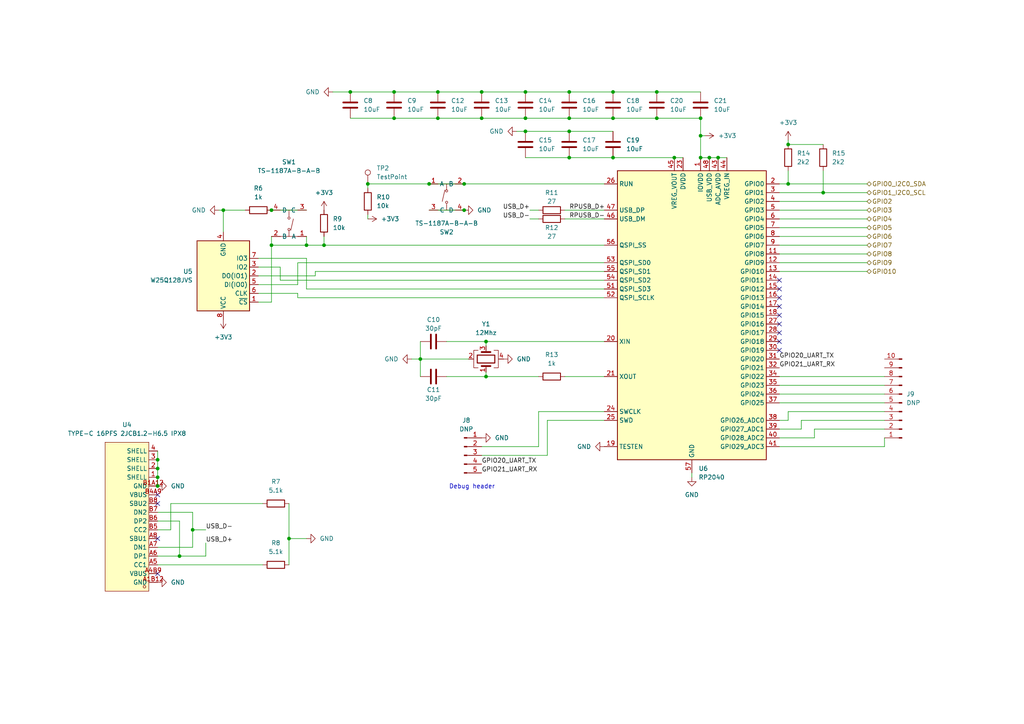
<source format=kicad_sch>
(kicad_sch (version 20231120) (generator "eeschema") (generator_version "8.0")
  (paper "A4")
  (lib_symbols
    (symbol "Connector:Conn_01x05_Pin" (pin_names (offset 1.016) hide)
      (property "Reference" "J" (at 0 7.62 0))
      (property "Value" "Conn_01x05_Pin" (at 0 -7.62 0))
      (symbol "Conn_01x05_Pin_1_1"
        (polyline (pts (xy 1.27 -5.08) (xy 0.8636 -5.08)) (stroke (width 0.1524)))
        (polyline (pts (xy 1.27 -2.54) (xy 0.8636 -2.54)) (stroke (width 0.1524)))
        (polyline (pts (xy 1.27 0) (xy 0.8636 0)) (stroke (width 0.1524)))
        (polyline (pts (xy 1.27 2.54) (xy 0.8636 2.54)) (stroke (width 0.1524)))
        (polyline (pts (xy 1.27 5.08) (xy 0.8636 5.08)) (stroke (width 0.1524)))
        (rectangle (start 0.8636 -4.953) (end 0 -5.207) (stroke (width 0.1524)) (fill (type outline)))
        (rectangle (start 0.8636 -2.413) (end 0 -2.667) (stroke (width 0.1524)) (fill (type outline)))
        (rectangle (start 0.8636 0.127) (end 0 -0.127) (stroke (width 0.1524)) (fill (type outline)))
        (rectangle (start 0.8636 2.667) (end 0 2.413) (stroke (width 0.1524)) (fill (type outline)))
        (rectangle (start 0.8636 5.207) (end 0 4.953) (stroke (width 0.1524)) (fill (type outline)))
        (pin passive line (at 5.08 5.08 180) (length 3.81) (name "Pin_1") (number "1"))
        (pin passive line (at 5.08 2.54 180) (length 3.81) (name "Pin_2") (number "2"))
        (pin passive line (at 5.08 0 180) (length 3.81) (name "Pin_3") (number "3"))
        (pin passive line (at 5.08 -2.54 180) (length 3.81) (name "Pin_4") (number "4"))
        (pin passive line (at 5.08 -5.08 180) (length 3.81) (name "Pin_5") (number "5"))
      )
    )
    (symbol "Connector:TestPoint" (pin_numbers hide) (pin_names (offset 0.762) hide)
      (property "Reference" "TP" (at 0 6.858 0))
      (property "Value" "TestPoint" (at 0 5.08 0))
      (symbol "TestPoint_0_1"
        (circle (center 0 3.302) (radius 0.762))
      )
      (symbol "TestPoint_1_1"
        (pin passive line (at 0 0 90) (length 2.54) (name "1") (number "1"))
      )
    )
    (symbol "Endstufe:+3V3" (power) (pin_names (offset 0))
      (property "Value" "+3V3" (at 0 3.556 0))
      (symbol "+3V3_0_1"
        (polyline (pts (xy -0.762 1.27) (xy 0 2.54)))
        (polyline (pts (xy 0 0) (xy 0 2.54)))
        (polyline (pts (xy 0 2.54) (xy 0.762 1.27)))
      )
      (symbol "+3V3_1_1"
        (pin power_in line (at 0 0 90) (length 0) hide (name "+3V3") (number "1"))
      )
    )
    (symbol "Endstufe:C" (pin_numbers hide) (pin_names (offset 0.254))
      (property "Reference" "C" (at 0.635 2.54 0))
      (property "Value" "C" (at 0.635 -2.54 0))
      (symbol "C_0_1"
        (polyline (pts (xy -2.032 -0.762) (xy 2.032 -0.762)) (stroke (width 0.508)))
        (polyline (pts (xy -2.032 0.762) (xy 2.032 0.762)) (stroke (width 0.508)))
      )
      (symbol "C_1_1"
        (pin passive line (at 0 3.81 270) (length 2.794) (name "~") (number "1"))
        (pin passive line (at 0 -3.81 90) (length 2.794) (name "~") (number "2"))
      )
    )
    (symbol "Endstufe:Conn_01x10_Pin" (pin_names (offset 1.016) hide)
      (property "Reference" "J" (at 0 12.7 0))
      (property "Value" "Conn_01x10_Pin" (at 0 -15.24 0))
      (symbol "Conn_01x10_Pin_1_1"
        (polyline (pts (xy 1.27 -12.7) (xy 0.8636 -12.7)) (stroke (width 0.1524)))
        (polyline (pts (xy 1.27 -10.16) (xy 0.8636 -10.16)) (stroke (width 0.1524)))
        (polyline (pts (xy 1.27 -7.62) (xy 0.8636 -7.62)) (stroke (width 0.1524)))
        (polyline (pts (xy 1.27 -5.08) (xy 0.8636 -5.08)) (stroke (width 0.1524)))
        (polyline (pts (xy 1.27 -2.54) (xy 0.8636 -2.54)) (stroke (width 0.1524)))
        (polyline (pts (xy 1.27 0) (xy 0.8636 0)) (stroke (width 0.1524)))
        (polyline (pts (xy 1.27 2.54) (xy 0.8636 2.54)) (stroke (width 0.1524)))
        (polyline (pts (xy 1.27 5.08) (xy 0.8636 5.08)) (stroke (width 0.1524)))
        (polyline (pts (xy 1.27 7.62) (xy 0.8636 7.62)) (stroke (width 0.1524)))
        (polyline (pts (xy 1.27 10.16) (xy 0.8636 10.16)) (stroke (width 0.1524)))
        (rectangle (start 0.8636 -12.573) (end 0 -12.827) (stroke (width 0.1524)) (fill (type outline)))
        (rectangle (start 0.8636 -10.033) (end 0 -10.287) (stroke (width 0.1524)) (fill (type outline)))
        (rectangle (start 0.8636 -7.493) (end 0 -7.747) (stroke (width 0.1524)) (fill (type outline)))
        (rectangle (start 0.8636 -4.953) (end 0 -5.207) (stroke (width 0.1524)) (fill (type outline)))
        (rectangle (start 0.8636 -2.413) (end 0 -2.667) (stroke (width 0.1524)) (fill (type outline)))
        (rectangle (start 0.8636 0.127) (end 0 -0.127) (stroke (width 0.1524)) (fill (type outline)))
        (rectangle (start 0.8636 2.667) (end 0 2.413) (stroke (width 0.1524)) (fill (type outline)))
        (rectangle (start 0.8636 5.207) (end 0 4.953) (stroke (width 0.1524)) (fill (type outline)))
        (rectangle (start 0.8636 7.747) (end 0 7.493) (stroke (width 0.1524)) (fill (type outline)))
        (rectangle (start 0.8636 10.287) (end 0 10.033) (stroke (width 0.1524)) (fill (type outline)))
        (pin passive line (at 5.08 10.16 180) (length 3.81) (name "Pin_1") (number "1"))
        (pin passive line (at 5.08 -12.7 180) (length 3.81) (name "Pin_10") (number "10"))
        (pin passive line (at 5.08 7.62 180) (length 3.81) (name "Pin_2") (number "2"))
        (pin passive line (at 5.08 5.08 180) (length 3.81) (name "Pin_3") (number "3"))
        (pin passive line (at 5.08 2.54 180) (length 3.81) (name "Pin_4") (number "4"))
        (pin passive line (at 5.08 0 180) (length 3.81) (name "Pin_5") (number "5"))
        (pin passive line (at 5.08 -2.54 180) (length 3.81) (name "Pin_6") (number "6"))
        (pin passive line (at 5.08 -5.08 180) (length 3.81) (name "Pin_7") (number "7"))
        (pin passive line (at 5.08 -7.62 180) (length 3.81) (name "Pin_8") (number "8"))
        (pin passive line (at 5.08 -10.16 180) (length 3.81) (name "Pin_9") (number "9"))
      )
    )
    (symbol "Endstufe:Crystal_GND24" (pin_names (offset 1.016) hide)
      (property "Reference" "Y" (at 3.175 5.08 0))
      (property "Value" "Crystal_GND24" (at 3.175 3.175 0))
      (symbol "Crystal_GND24_0_1"
        (rectangle (start -1.143 2.54) (end 1.143 -2.54) (stroke (width 0.3048)))
        (polyline (pts (xy -2.54 0) (xy -2.032 0)))
        (polyline (pts (xy -2.032 -1.27) (xy -2.032 1.27)) (stroke (width 0.508)))
        (polyline (pts (xy 0 -3.81) (xy 0 -3.556)))
        (polyline (pts (xy 0 3.556) (xy 0 3.81)))
        (polyline (pts (xy 2.032 -1.27) (xy 2.032 1.27)) (stroke (width 0.508)))
        (polyline (pts (xy 2.032 0) (xy 2.54 0)))
        (polyline (pts (xy -2.54 -2.286) (xy -2.54 -3.556) (xy 2.54 -3.556) (xy 2.54 -2.286)))
        (polyline (pts (xy -2.54 2.286) (xy -2.54 3.556) (xy 2.54 3.556) (xy 2.54 2.286)))
      )
      (symbol "Crystal_GND24_1_1"
        (pin passive line (at -3.81 0 0) (length 1.27) (name "1") (number "1"))
        (pin passive line (at 0 5.08 270) (length 1.27) (name "2") (number "2"))
        (pin passive line (at 3.81 0 180) (length 1.27) (name "3") (number "3"))
        (pin passive line (at 0 -5.08 90) (length 1.27) (name "4") (number "4"))
      )
    )
    (symbol "Endstufe:GND" (power) (pin_names (offset 0))
      (property "Value" "GND" (at 0 -3.81 0))
      (symbol "GND_0_1"
        (polyline (pts (xy 0 0) (xy 0 -1.27) (xy 1.27 -1.27) (xy 0 -2.54) (xy -1.27 -1.27) (xy 0 -1.27)))
      )
      (symbol "GND_1_1"
        (pin power_in line (at 0 0 270) (length 0) hide (name "GND") (number "1"))
      )
    )
    (symbol "Endstufe:R" (pin_numbers hide) (pin_names (offset 0))
      (property "Reference" "R" (at 2.032 0 90))
      (property "Value" "R" (at 0 0 90))
      (symbol "R_0_1"
        (rectangle (start -1.016 -2.54) (end 1.016 2.54) (stroke (width 0.254)))
      )
      (symbol "R_1_1"
        (pin passive line (at 0 3.81 270) (length 1.27) (name "~") (number "1"))
        (pin passive line (at 0 -3.81 90) (length 1.27) (name "~") (number "2"))
      )
    )
    (symbol "Endstufe:RP2040"
      (property "Reference" "U" (at 17.78 45.72 0))
      (property "Value" "RP2040" (at 17.78 43.18 0))
      (symbol "RP2040_0_1"
        (rectangle (start -21.59 41.91) (end 21.59 -41.91) (stroke (width 0.254)) (fill (type background)))
      )
      (symbol "RP2040_1_1"
        (pin power_in line (at 2.54 45.72 270) (length 3.81) (name "IOVDD") (number "1"))
        (pin passive line (at 2.54 45.72 270) (length 3.81) hide (name "IOVDD") (number "10"))
        (pin bidirectional line (at 25.4 17.78 180) (length 3.81) (name "GPIO8") (number "11"))
        (pin bidirectional line (at 25.4 15.24 180) (length 3.81) (name "GPIO9") (number "12"))
        (pin bidirectional line (at 25.4 12.7 180) (length 3.81) (name "GPIO10") (number "13"))
        (pin bidirectional line (at 25.4 10.16 180) (length 3.81) (name "GPIO11") (number "14"))
        (pin bidirectional line (at 25.4 7.62 180) (length 3.81) (name "GPIO12") (number "15"))
        (pin bidirectional line (at 25.4 5.08 180) (length 3.81) (name "GPIO13") (number "16"))
        (pin bidirectional line (at 25.4 2.54 180) (length 3.81) (name "GPIO14") (number "17"))
        (pin bidirectional line (at 25.4 0 180) (length 3.81) (name "GPIO15") (number "18"))
        (pin input line (at -25.4 -38.1 0) (length 3.81) (name "TESTEN") (number "19"))
        (pin bidirectional line (at 25.4 38.1 180) (length 3.81) (name "GPIO0") (number "2"))
        (pin input line (at -25.4 -7.62 0) (length 3.81) (name "XIN") (number "20"))
        (pin passive line (at -25.4 -17.78 0) (length 3.81) (name "XOUT") (number "21"))
        (pin passive line (at 2.54 45.72 270) (length 3.81) hide (name "IOVDD") (number "22"))
        (pin power_in line (at -2.54 45.72 270) (length 3.81) (name "DVDD") (number "23"))
        (pin input line (at -25.4 -27.94 0) (length 3.81) (name "SWCLK") (number "24"))
        (pin bidirectional line (at -25.4 -30.48 0) (length 3.81) (name "SWD") (number "25"))
        (pin input line (at -25.4 38.1 0) (length 3.81) (name "RUN") (number "26"))
        (pin bidirectional line (at 25.4 -2.54 180) (length 3.81) (name "GPIO16") (number "27"))
        (pin bidirectional line (at 25.4 -5.08 180) (length 3.81) (name "GPIO17") (number "28"))
        (pin bidirectional line (at 25.4 -7.62 180) (length 3.81) (name "GPIO18") (number "29"))
        (pin bidirectional line (at 25.4 35.56 180) (length 3.81) (name "GPIO1") (number "3"))
        (pin bidirectional line (at 25.4 -10.16 180) (length 3.81) (name "GPIO19") (number "30"))
        (pin bidirectional line (at 25.4 -12.7 180) (length 3.81) (name "GPIO20") (number "31"))
        (pin bidirectional line (at 25.4 -15.24 180) (length 3.81) (name "GPIO21") (number "32"))
        (pin passive line (at 2.54 45.72 270) (length 3.81) hide (name "IOVDD") (number "33"))
        (pin bidirectional line (at 25.4 -17.78 180) (length 3.81) (name "GPIO22") (number "34"))
        (pin bidirectional line (at 25.4 -20.32 180) (length 3.81) (name "GPIO23") (number "35"))
        (pin bidirectional line (at 25.4 -22.86 180) (length 3.81) (name "GPIO24") (number "36"))
        (pin bidirectional line (at 25.4 -25.4 180) (length 3.81) (name "GPIO25") (number "37"))
        (pin bidirectional line (at 25.4 -30.48 180) (length 3.81) (name "GPIO26_ADC0") (number "38"))
        (pin bidirectional line (at 25.4 -33.02 180) (length 3.81) (name "GPIO27_ADC1") (number "39"))
        (pin bidirectional line (at 25.4 33.02 180) (length 3.81) (name "GPIO2") (number "4"))
        (pin bidirectional line (at 25.4 -35.56 180) (length 3.81) (name "GPIO28_ADC2") (number "40"))
        (pin bidirectional line (at 25.4 -38.1 180) (length 3.81) (name "GPIO29_ADC3") (number "41"))
        (pin passive line (at 2.54 45.72 270) (length 3.81) hide (name "IOVDD") (number "42"))
        (pin power_in line (at 7.62 45.72 270) (length 3.81) (name "ADC_AVDD") (number "43"))
        (pin power_in line (at 10.16 45.72 270) (length 3.81) (name "VREG_IN") (number "44"))
        (pin power_out line (at -5.08 45.72 270) (length 3.81) (name "VREG_VOUT") (number "45"))
        (pin bidirectional line (at -25.4 27.94 0) (length 3.81) (name "USB_DM") (number "46"))
        (pin bidirectional line (at -25.4 30.48 0) (length 3.81) (name "USB_DP") (number "47"))
        (pin power_in line (at 5.08 45.72 270) (length 3.81) (name "USB_VDD") (number "48"))
        (pin passive line (at 2.54 45.72 270) (length 3.81) hide (name "IOVDD") (number "49"))
        (pin bidirectional line (at 25.4 30.48 180) (length 3.81) (name "GPIO3") (number "5"))
        (pin passive line (at -2.54 45.72 270) (length 3.81) hide (name "DVDD") (number "50"))
        (pin bidirectional line (at -25.4 7.62 0) (length 3.81) (name "QSPI_SD3") (number "51"))
        (pin output line (at -25.4 5.08 0) (length 3.81) (name "QSPI_SCLK") (number "52"))
        (pin bidirectional line (at -25.4 15.24 0) (length 3.81) (name "QSPI_SD0") (number "53"))
        (pin bidirectional line (at -25.4 10.16 0) (length 3.81) (name "QSPI_SD2") (number "54"))
        (pin bidirectional line (at -25.4 12.7 0) (length 3.81) (name "QSPI_SD1") (number "55"))
        (pin bidirectional line (at -25.4 20.32 0) (length 3.81) (name "QSPI_SS") (number "56"))
        (pin power_in line (at 0 -45.72 90) (length 3.81) (name "GND") (number "57"))
        (pin bidirectional line (at 25.4 27.94 180) (length 3.81) (name "GPIO4") (number "6"))
        (pin bidirectional line (at 25.4 25.4 180) (length 3.81) (name "GPIO5") (number "7"))
        (pin bidirectional line (at 25.4 22.86 180) (length 3.81) (name "GPIO6") (number "8"))
        (pin bidirectional line (at 25.4 20.32 180) (length 3.81) (name "GPIO7") (number "9"))
      )
    )
    (symbol "Endstufe:TS-1187A-B-A-B"
      (property "Reference" "SW" (at 0 7.62 0))
      (property "Value" "TS-1187A-B-A-B" (at 0 -10.16 0))
      (symbol "TS-1187A-B-A-B_0_1"
        (circle (center 0 -2.79) (radius 0.32))
        (polyline (pts (xy -2.54 -5.08) (xy 2.54 -5.08)))
        (polyline (pts (xy -2.54 2.54) (xy 2.54 2.54)))
        (polyline (pts (xy -0.51 0.76) (xy -1.27 -2.54)))
        (polyline (pts (xy 0 -3.3) (xy 0 -5.08)))
        (polyline (pts (xy 0 0.76) (xy 0 2.54)))
        (circle (center 0 0.51) (radius 0.32))
        (pin unspecified line (at -5.08 2.54 0) (length 2.54) (name "A") (number "1"))
        (pin unspecified line (at 5.08 2.54 180) (length 2.54) (name "B") (number "2"))
        (pin unspecified line (at -5.08 -5.08 0) (length 2.54) (name "C") (number "3"))
        (pin unspecified line (at 5.08 -5.08 180) (length 2.54) (name "D") (number "4"))
      )
    )
    (symbol "Endstufe:TYPE-C16PIN"
      (property "Reference" "USB" (at 0 24.13 0))
      (property "Value" "TYPE-C16PIN" (at 0 -24.13 0))
      (symbol "TYPE-C16PIN_0_1"
        (rectangle (start -6.35 21.59) (end 6.35 -21.59) (fill (type background)))
        (circle (center -5.08 20.32) (radius 0.38))
        (pin unspecified line (at -8.89 -11.43 0) (length 2.54) (name "SHELL") (number "1"))
        (pin unspecified line (at -8.89 -13.97 0) (length 2.54) (name "SHELL") (number "2"))
        (pin unspecified line (at -8.89 -16.51 0) (length 2.54) (name "SHELL") (number "3"))
        (pin unspecified line (at -8.89 -19.05 0) (length 2.54) (name "SHELL") (number "4"))
        (pin unspecified line (at -8.89 19.05 0) (length 2.54) (name "GND") (number "A1B12"))
        (pin unspecified line (at -8.89 16.51 0) (length 2.54) (name "VBUS") (number "A4B9"))
        (pin unspecified line (at -8.89 13.97 0) (length 2.54) (name "CC1") (number "A5"))
        (pin unspecified line (at -8.89 11.43 0) (length 2.54) (name "DP1") (number "A6"))
        (pin unspecified line (at -8.89 8.89 0) (length 2.54) (name "DN1") (number "A7"))
        (pin unspecified line (at -8.89 6.35 0) (length 2.54) (name "SBU1") (number "A8"))
        (pin unspecified line (at -8.89 -8.89 0) (length 2.54) (name "GND") (number "B1A12"))
        (pin unspecified line (at -8.89 -6.35 0) (length 2.54) (name "VBUS") (number "B4A9"))
        (pin unspecified line (at -8.89 3.81 0) (length 2.54) (name "CC2") (number "B5"))
        (pin unspecified line (at -8.89 1.27 0) (length 2.54) (name "DP2") (number "B6"))
        (pin unspecified line (at -8.89 -1.27 0) (length 2.54) (name "DN2") (number "B7"))
        (pin unspecified line (at -8.89 -3.81 0) (length 2.54) (name "SBU2") (number "B8"))
      )
    )
    (symbol "Endstufe:W25Q128JVS"
      (property "Reference" "U" (at -8.89 8.89 0))
      (property "Value" "W25Q128JVS" (at 7.62 8.89 0))
      (symbol "W25Q128JVS_0_1"
        (rectangle (start -7.62 10.16) (end 7.62 -10.16) (stroke (width 0.254)) (fill (type background)))
      )
      (symbol "W25Q128JVS_1_1"
        (pin input line (at -10.16 7.62 0) (length 2.54) (name "~{CS}") (number "1"))
        (pin bidirectional line (at -10.16 0 0) (length 2.54) (name "DO(IO1)") (number "2"))
        (pin bidirectional line (at -10.16 -2.54 0) (length 2.54) (name "IO2") (number "3"))
        (pin power_in line (at 0 -12.7 90) (length 2.54) (name "GND") (number "4"))
        (pin bidirectional line (at -10.16 2.54 0) (length 2.54) (name "DI(IO0)") (number "5"))
        (pin input line (at -10.16 5.08 0) (length 2.54) (name "CLK") (number "6"))
        (pin bidirectional line (at -10.16 -5.08 0) (length 2.54) (name "IO3") (number "7"))
        (pin power_in line (at 0 12.7 270) (length 2.54) (name "VCC") (number "8"))
      )
    )
  )
  (junction (at 139.7 26.67))
  (junction (at 190.5 34.29))
  (junction (at 203.2 45.72))
  (junction (at 177.8 45.72))
  (junction (at 190.5 26.67))
  (junction (at 83.82 156.21))
  (junction (at 64.77 60.96))
  (junction (at 114.3 34.29))
  (junction (at 152.4 38.1))
  (junction (at 203.2 34.29))
  (junction (at 101.6 26.67))
  (junction (at 55.88 153.67))
  (junction (at 114.3 26.67))
  (junction (at 228.6 53.34))
  (junction (at 152.4 34.29))
  (junction (at 134.62 53.34))
  (junction (at 205.74 45.72))
  (junction (at 121.92 104.14))
  (junction (at 228.6 41.91))
  (junction (at 78.74 60.96))
  (junction (at 127 34.29))
  (junction (at 124.46 53.34))
  (junction (at 134.62 60.96))
  (junction (at 203.2 39.37))
  (junction (at 152.4 26.67))
  (junction (at 45.72 140.97))
  (junction (at 177.8 34.29))
  (junction (at 195.58 45.72))
  (junction (at 45.72 133.35))
  (junction (at 88.9 71.12))
  (junction (at 165.1 26.67))
  (junction (at 106.68 53.34))
  (junction (at 177.8 26.67))
  (junction (at 165.1 34.29))
  (junction (at 140.97 99.06))
  (junction (at 165.1 38.1))
  (junction (at 93.98 71.12))
  (junction (at 165.1 45.72))
  (junction (at 139.7 34.29))
  (junction (at 45.72 138.43))
  (junction (at 140.97 109.22))
  (junction (at 52.07 161.29))
  (junction (at 45.72 135.89))
  (junction (at 238.76 55.88))
  (junction (at 208.28 45.72))
  (junction (at 78.74 71.12))
  (junction (at 127 26.67))
  (no_connect (at 45.72 146.05))
  (no_connect (at 45.72 166.37))
  (no_connect (at 226.06 91.44))
  (no_connect (at 226.06 81.28))
  (no_connect (at 226.06 83.82))
  (no_connect (at 226.06 86.36))
  (no_connect (at 226.06 93.98))
  (no_connect (at 226.06 88.9))
  (no_connect (at 226.06 96.52))
  (no_connect (at 45.72 156.21))
  (no_connect (at 45.72 143.51))
  (no_connect (at 226.06 99.06))
  (no_connect (at 226.06 101.6))
  (wire (pts (xy 83.82 146.05) (xy 83.82 156.21)))
  (wire (pts (xy 106.68 53.34) (xy 106.68 54.61)))
  (wire (pts (xy 153.67 60.96) (xy 156.21 60.96)))
  (wire (pts (xy 256.54 114.3) (xy 226.06 114.3)))
  (wire (pts (xy 165.1 38.1) (xy 177.8 38.1)))
  (wire (pts (xy 96.52 26.67) (xy 101.6 26.67)))
  (wire (pts (xy 149.86 38.1) (xy 152.4 38.1)))
  (wire (pts (xy 86.36 86.36) (xy 175.26 86.36)))
  (wire (pts (xy 152.4 38.1) (xy 165.1 38.1)))
  (wire (pts (xy 203.2 39.37) (xy 203.2 45.72)))
  (wire (pts (xy 158.75 132.08) (xy 139.7 132.08)))
  (wire (pts (xy 45.72 135.89) (xy 45.72 138.43)))
  (wire (pts (xy 119.38 104.14) (xy 121.92 104.14)))
  (wire (pts (xy 203.2 45.72) (xy 205.74 45.72)))
  (wire (pts (xy 226.06 73.66) (xy 251.46 73.66)))
  (wire (pts (xy 93.98 68.58) (xy 93.98 71.12)))
  (wire (pts (xy 175.26 99.06) (xy 140.97 99.06)))
  (wire (pts (xy 83.82 156.21) (xy 83.82 163.83)))
  (wire (pts (xy 52.07 151.13) (xy 52.07 161.29)))
  (wire (pts (xy 78.74 71.12) (xy 78.74 87.63)))
  (wire (pts (xy 45.72 133.35) (xy 45.72 135.89)))
  (wire (pts (xy 55.88 153.67) (xy 59.69 153.67)))
  (wire (pts (xy 121.92 99.06) (xy 121.92 104.14)))
  (wire (pts (xy 165.1 45.72) (xy 177.8 45.72)))
  (wire (pts (xy 93.98 71.12) (xy 175.26 71.12)))
  (wire (pts (xy 86.36 82.55) (xy 74.93 82.55)))
  (wire (pts (xy 226.06 63.5) (xy 251.46 63.5)))
  (wire (pts (xy 52.07 161.29) (xy 59.69 161.29)))
  (wire (pts (xy 226.06 71.12) (xy 251.46 71.12)))
  (wire (pts (xy 226.06 121.92) (xy 228.6 121.92)))
  (wire (pts (xy 208.28 45.72) (xy 210.82 45.72)))
  (wire (pts (xy 163.83 60.96) (xy 175.26 60.96)))
  (wire (pts (xy 256.54 116.84) (xy 226.06 116.84)))
  (wire (pts (xy 134.62 53.34) (xy 175.26 53.34)))
  (wire (pts (xy 195.58 45.72) (xy 198.12 45.72)))
  (wire (pts (xy 238.76 41.91) (xy 228.6 41.91)))
  (wire (pts (xy 88.9 74.93) (xy 74.93 74.93)))
  (wire (pts (xy 55.88 148.59) (xy 55.88 153.67)))
  (wire (pts (xy 177.8 34.29) (xy 190.5 34.29)))
  (wire (pts (xy 238.76 55.88) (xy 251.46 55.88)))
  (wire (pts (xy 45.72 163.83) (xy 76.2 163.83)))
  (wire (pts (xy 74.93 77.47) (xy 81.28 77.47)))
  (wire (pts (xy 139.7 26.67) (xy 152.4 26.67)))
  (wire (pts (xy 106.68 53.34) (xy 124.46 53.34)))
  (wire (pts (xy 177.8 45.72) (xy 195.58 45.72)))
  (wire (pts (xy 101.6 26.67) (xy 114.3 26.67)))
  (wire (pts (xy 83.82 156.21) (xy 88.9 156.21)))
  (wire (pts (xy 45.72 130.81) (xy 45.72 133.35)))
  (wire (pts (xy 129.54 109.22) (xy 140.97 109.22)))
  (wire (pts (xy 256.54 124.46) (xy 236.22 124.46)))
  (wire (pts (xy 121.92 104.14) (xy 135.89 104.14)))
  (wire (pts (xy 86.36 76.2) (xy 86.36 82.55)))
  (wire (pts (xy 256.54 127) (xy 256.54 129.54)))
  (wire (pts (xy 228.6 41.91) (xy 228.6 40.64)))
  (wire (pts (xy 190.5 26.67) (xy 203.2 26.67)))
  (wire (pts (xy 45.72 158.75) (xy 55.88 158.75)))
  (wire (pts (xy 59.69 161.29) (xy 59.69 157.48)))
  (wire (pts (xy 204.47 39.37) (xy 203.2 39.37)))
  (wire (pts (xy 152.4 34.29) (xy 165.1 34.29)))
  (wire (pts (xy 226.06 60.96) (xy 251.46 60.96)))
  (wire (pts (xy 226.06 78.74) (xy 251.46 78.74)))
  (wire (pts (xy 74.93 80.01) (xy 91.44 80.01)))
  (wire (pts (xy 232.41 121.92) (xy 256.54 121.92)))
  (wire (pts (xy 114.3 34.29) (xy 127 34.29)))
  (wire (pts (xy 129.54 99.06) (xy 140.97 99.06)))
  (wire (pts (xy 106.68 63.5) (xy 106.68 62.23)))
  (wire (pts (xy 158.75 121.92) (xy 158.75 132.08)))
  (wire (pts (xy 256.54 111.76) (xy 226.06 111.76)))
  (wire (pts (xy 140.97 109.22) (xy 140.97 107.95)))
  (wire (pts (xy 256.54 109.22) (xy 226.06 109.22)))
  (wire (pts (xy 226.06 68.58) (xy 251.46 68.58)))
  (wire (pts (xy 228.6 49.53) (xy 228.6 53.34)))
  (wire (pts (xy 203.2 34.29) (xy 203.2 39.37)))
  (wire (pts (xy 165.1 26.67) (xy 177.8 26.67)))
  (wire (pts (xy 256.54 129.54) (xy 226.06 129.54)))
  (wire (pts (xy 81.28 77.47) (xy 81.28 81.28)))
  (wire (pts (xy 236.22 127) (xy 226.06 127)))
  (wire (pts (xy 86.36 85.09) (xy 86.36 86.36)))
  (wire (pts (xy 88.9 68.58) (xy 88.9 71.12)))
  (wire (pts (xy 55.88 158.75) (xy 55.88 153.67)))
  (wire (pts (xy 163.83 63.5) (xy 175.26 63.5)))
  (wire (pts (xy 64.77 60.96) (xy 71.12 60.96)))
  (wire (pts (xy 228.6 119.38) (xy 256.54 119.38)))
  (wire (pts (xy 124.46 60.96) (xy 134.62 60.96)))
  (wire (pts (xy 153.67 63.5) (xy 156.21 63.5)))
  (wire (pts (xy 158.75 121.92) (xy 175.26 121.92)))
  (wire (pts (xy 49.53 146.05) (xy 49.53 153.67)))
  (wire (pts (xy 139.7 34.29) (xy 152.4 34.29)))
  (wire (pts (xy 45.72 161.29) (xy 52.07 161.29)))
  (wire (pts (xy 226.06 55.88) (xy 238.76 55.88)))
  (wire (pts (xy 232.41 124.46) (xy 232.41 121.92)))
  (wire (pts (xy 251.46 53.34) (xy 228.6 53.34)))
  (wire (pts (xy 226.06 124.46) (xy 232.41 124.46)))
  (wire (pts (xy 226.06 58.42) (xy 251.46 58.42)))
  (wire (pts (xy 152.4 26.67) (xy 165.1 26.67)))
  (wire (pts (xy 114.3 26.67) (xy 127 26.67)))
  (wire (pts (xy 63.5 60.96) (xy 64.77 60.96)))
  (wire (pts (xy 127 34.29) (xy 139.7 34.29)))
  (wire (pts (xy 226.06 66.04) (xy 251.46 66.04)))
  (wire (pts (xy 81.28 81.28) (xy 175.26 81.28)))
  (wire (pts (xy 88.9 71.12) (xy 78.74 71.12)))
  (wire (pts (xy 238.76 49.53) (xy 238.76 55.88)))
  (wire (pts (xy 124.46 53.34) (xy 134.62 53.34)))
  (wire (pts (xy 101.6 34.29) (xy 114.3 34.29)))
  (wire (pts (xy 91.44 78.74) (xy 175.26 78.74)))
  (wire (pts (xy 226.06 76.2) (xy 251.46 76.2)))
  (wire (pts (xy 45.72 151.13) (xy 52.07 151.13)))
  (wire (pts (xy 177.8 26.67) (xy 190.5 26.67)))
  (wire (pts (xy 78.74 60.96) (xy 88.9 60.96)))
  (wire (pts (xy 200.66 138.43) (xy 200.66 137.16)))
  (wire (pts (xy 228.6 53.34) (xy 226.06 53.34)))
  (wire (pts (xy 156.21 109.22) (xy 140.97 109.22)))
  (wire (pts (xy 228.6 121.92) (xy 228.6 119.38)))
  (wire (pts (xy 127 26.67) (xy 139.7 26.67)))
  (wire (pts (xy 88.9 83.82) (xy 88.9 74.93)))
  (wire (pts (xy 165.1 34.29) (xy 177.8 34.29)))
  (wire (pts (xy 139.7 129.54) (xy 156.21 129.54)))
  (wire (pts (xy 91.44 80.01) (xy 91.44 78.74)))
  (wire (pts (xy 88.9 83.82) (xy 175.26 83.82)))
  (wire (pts (xy 152.4 45.72) (xy 165.1 45.72)))
  (wire (pts (xy 74.93 85.09) (xy 86.36 85.09)))
  (wire (pts (xy 190.5 34.29) (xy 203.2 34.29)))
  (wire (pts (xy 78.74 87.63) (xy 74.93 87.63)))
  (wire (pts (xy 156.21 119.38) (xy 156.21 129.54)))
  (wire (pts (xy 205.74 45.72) (xy 208.28 45.72)))
  (wire (pts (xy 163.83 109.22) (xy 175.26 109.22)))
  (wire (pts (xy 64.77 60.96) (xy 64.77 67.31)))
  (wire (pts (xy 93.98 71.12) (xy 88.9 71.12)))
  (wire (pts (xy 86.36 76.2) (xy 175.26 76.2)))
  (wire (pts (xy 236.22 124.46) (xy 236.22 127)))
  (wire (pts (xy 45.72 140.97) (xy 45.72 138.43)))
  (wire (pts (xy 78.74 68.58) (xy 78.74 71.12)))
  (wire (pts (xy 45.72 148.59) (xy 55.88 148.59)))
  (wire (pts (xy 49.53 146.05) (xy 76.2 146.05)))
  (wire (pts (xy 45.72 153.67) (xy 49.53 153.67)))
  (wire (pts (xy 121.92 104.14) (xy 121.92 109.22)))
  (wire (pts (xy 175.26 119.38) (xy 156.21 119.38)))
  (wire (pts (xy 140.97 99.06) (xy 140.97 100.33)))
  (text "Debug header" (at 136.906 141.224 0) (effects (font (size 1.27 1.27))))
  (label "RPUSB_D-" (at 165.1 63.5 0))
  (label "RPUSB_D+" (at 165.1 60.96 0))
  (label "GPIO20_UART_TX" (at 139.7 134.62 0))
  (label "USB_D-" (at 153.67 63.5 180))
  (label "GPIO20_UART_TX" (at 226.06 104.14 0))
  (label "GPIO21_UART_RX" (at 139.7 137.16 0))
  (label "GPIO21_UART_RX" (at 226.06 106.68 0))
  (label "USB_D+" (at 59.69 157.48 0))
  (label "USB_D-" (at 59.69 153.67 0))
  (label "USB_D+" (at 153.67 60.96 180))
  (hierarchical_label "GPIO0_I2C0_SDA" (shape bidirectional) (at 251.46 53.34 0))
  (hierarchical_label "GPIO5" (shape bidirectional) (at 251.46 66.04 0))
  (hierarchical_label "GPIO4" (shape bidirectional) (at 251.46 63.5 0))
  (hierarchical_label "GPIO6" (shape bidirectional) (at 251.46 68.58 0))
  (hierarchical_label "GPIO3" (shape bidirectional) (at 251.46 60.96 0))
  (hierarchical_label "GPIO1_I2C0_SCL" (shape bidirectional) (at 251.46 55.88 0))
  (hierarchical_label "GPIO10" (shape bidirectional) (at 251.46 78.74 0))
  (hierarchical_label "GPIO2" (shape bidirectional) (at 251.46 58.42 0))
  (hierarchical_label "GPIO8" (shape bidirectional) (at 251.46 73.66 0))
  (hierarchical_label "GPIO7" (shape bidirectional) (at 251.46 71.12 0))
  (hierarchical_label "GPIO9" (shape bidirectional) (at 251.46 76.2 0))
  (symbol (lib_id "Endstufe:C") (at 125.73 109.22 90) (unit 1)
    (property "Reference" "C11" (at 125.73 113.03 90))
    (property "Value" "30pF" (at 125.73 115.57 90))
    (property "Footprint" "Endstufe:C_0603_1608Metric" (effects (hide yes)))
    (property "LCSC Part #" "C1658" (effects (hide yes)))
  )
  (symbol (lib_id "Endstufe:GND") (at 63.5 60.96 270) (unit 1)
    (property "Reference" "#PWR021" (effects (hide yes)))
    (property "Value" "GND" (at 59.69 60.96 90) (effects (justify right)))
  )
  (symbol (lib_id "Endstufe:R") (at 106.68 58.42 0) (unit 1)
    (property "Reference" "R10" (at 109.22 57.15 0) (effects (justify left)))
    (property "Value" "10k" (at 109.22 59.69 0) (effects (justify left)))
    (property "Footprint" "Endstufe:C_0402_1005Metric" (effects (hide yes)))
    (property "LCSC Part #" "C25744" (effects (hide yes)))
  )
  (symbol (lib_id "Endstufe:GND") (at 88.9 156.21 90) (unit 1)
    (property "Reference" "#PWR023" (effects (hide yes)))
    (property "Value" "GND" (at 92.71 156.21 90) (effects (justify right)))
  )
  (symbol (lib_id "Endstufe:Crystal_GND24") (at 140.97 104.14 90) (unit 1)
    (property "Reference" "Y1" (at 140.97 93.98 90))
    (property "Value" "12Mhz" (at 140.97 96.52 90))
    (property "Footprint" "Endstufe:OSC-SMD_4P-L3.2-W2.5-BL" (effects (hide yes)))
    (property "LCSC Part #" "C9002" (effects (hide yes)))
  )
  (symbol (lib_id "Endstufe:C") (at 101.6 30.48 0) (unit 1)
    (property "Reference" "C8" (at 105.41 29.21 0) (effects (justify left)))
    (property "Value" "10uF" (at 105.41 31.75 0) (effects (justify left)))
    (property "Footprint" "Endstufe:C_0402_1005Metric" (effects (hide yes)))
    (property "LCSC Part #" "C15525" (effects (hide yes)))
  )
  (symbol (lib_id "Endstufe:C") (at 165.1 41.91 0) (unit 1)
    (property "Reference" "C17" (at 168.91 40.64 0) (effects (justify left)))
    (property "Value" "10uF" (at 168.91 43.18 0) (effects (justify left)))
    (property "Footprint" "Endstufe:C_0402_1005Metric" (effects (hide yes)))
    (property "LCSC Part #" "C15525" (effects (hide yes)))
  )
  (symbol (lib_id "Endstufe:GND") (at 134.62 60.96 90) (unit 1)
    (property "Reference" "#PWR028" (effects (hide yes)))
    (property "Value" "GND" (at 138.43 60.96 90) (effects (justify right)))
  )
  (symbol (lib_id "Endstufe:GND") (at 200.66 138.43 0) (unit 1)
    (property "Reference" "#PWR033" (effects (hide yes)))
    (property "Value" "GND" (at 200.66 143.51 0))
  )
  (symbol (lib_id "Endstufe:C") (at 152.4 30.48 0) (unit 1)
    (property "Reference" "C14" (at 156.21 29.21 0) (effects (justify left)))
    (property "Value" "10uF" (at 156.21 31.75 0) (effects (justify left)))
    (property "Footprint" "Endstufe:C_0402_1005Metric" (effects (hide yes)))
    (property "LCSC Part #" "C15525" (effects (hide yes)))
  )
  (symbol (lib_id "Endstufe:TYPE-C16PIN") (at 36.83 149.86 180) (unit 1)
    (property "Reference" "U4" (at 36.83 123.19 0))
    (property "Value" "TYPE-C 16PFS 2JCB1.2-H6.5 IPX8" (at 36.83 125.73 0))
    (property "Footprint" "Endstufe:USB-C-SMD_TYPE-C16PIN" (effects (hide yes)))
    (property "Datasheet" "https://lcsc.com/product-detail/USB-Connectors_SHOU-HAN-TYPE-C16PIN_C393939.html" (effects (hide yes)))
    (property "LCSC Part" "C393939" (effects (hide yes)))
    (property "LCSC Part #" "C393939" (effects (hide yes)))
  )
  (symbol (lib_id "Endstufe:+3V3") (at 106.68 63.5 270) (unit 1)
    (property "Reference" "#PWR026" (effects (hide yes)))
    (property "Value" "+3V3" (at 110.49 63.5 90) (effects (justify left)))
  )
  (symbol (lib_id "Endstufe:C") (at 203.2 30.48 0) (unit 1)
    (property "Reference" "C21" (at 207.01 29.21 0) (effects (justify left)))
    (property "Value" "10uF" (at 207.01 31.75 0) (effects (justify left)))
    (property "Footprint" "Endstufe:C_0402_1005Metric" (effects (hide yes)))
    (property "LCSC Part #" "C15525" (effects (hide yes)))
  )
  (symbol (lib_id "Endstufe:C") (at 152.4 41.91 0) (unit 1)
    (property "Reference" "C15" (at 156.21 40.64 0) (effects (justify left)))
    (property "Value" "10uF" (at 156.21 43.18 0) (effects (justify left)))
    (property "Footprint" "Endstufe:C_0402_1005Metric" (effects (hide yes)))
    (property "LCSC Part #" "C15525" (effects (hide yes)))
  )
  (symbol (lib_id "Endstufe:+3V3") (at 64.77 92.71 180) (unit 1)
    (property "Reference" "#PWR022" (effects (hide yes)))
    (property "Value" "+3V3" (at 64.77 97.79 0))
  )
  (symbol (lib_id "Endstufe:R") (at 238.76 45.72 0) (unit 1)
    (property "Reference" "R15" (at 241.3 44.4499 0) (effects (justify left)))
    (property "Value" "2k2" (at 241.3 46.9899 0) (effects (justify left)))
    (property "Footprint" "Resistor_SMD:R_0805_2012Metric_Pad1.20x1.40mm_HandSolder" (effects (hide yes)))
    (property "Description" "Resistor" (effects (hide yes)))
    (property "LCSC" "C17520" (effects (hide yes)))
  )
  (symbol (lib_id "Endstufe:+3V3") (at 204.47 39.37 270) (unit 1)
    (property "Reference" "#PWR034" (effects (hide yes)))
    (property "Value" "+3V3" (at 208.28 39.37 90) (effects (justify left)))
  )
  (symbol (lib_id "Endstufe:C") (at 177.8 41.91 0) (unit 1)
    (property "Reference" "C19" (at 181.61 40.64 0) (effects (justify left)))
    (property "Value" "10uF" (at 181.61 43.18 0) (effects (justify left)))
    (property "Footprint" "Endstufe:C_0402_1005Metric" (effects (hide yes)))
    (property "LCSC Part #" "C15525" (effects (hide yes)))
  )
  (symbol (lib_id "Endstufe:C") (at 177.8 30.48 0) (unit 1)
    (property "Reference" "C18" (at 181.61 29.21 0) (effects (justify left)))
    (property "Value" "10uF" (at 181.61 31.75 0) (effects (justify left)))
    (property "Footprint" "Endstufe:C_0402_1005Metric" (effects (hide yes)))
    (property "LCSC Part #" "C15525" (effects (hide yes)))
  )
  (symbol (lib_id "Endstufe:C") (at 139.7 30.48 0) (unit 1)
    (property "Reference" "C13" (at 143.51 29.21 0) (effects (justify left)))
    (property "Value" "10uF" (at 143.51 31.75 0) (effects (justify left)))
    (property "Footprint" "Endstufe:C_0402_1005Metric" (effects (hide yes)))
    (property "LCSC Part #" "C15525" (effects (hide yes)))
  )
  (symbol (lib_id "Connector:TestPoint") (at 106.68 53.34 0) (unit 1)
    (property "Reference" "TP2" (at 109.22 48.7679 0) (effects (justify left)))
    (property "Value" "TestPoint" (at 109.22 51.3079 0) (effects (justify left)))
    (property "Footprint" "TestPoint:TestPoint_Pad_D1.0mm" (effects (hide yes)))
    (property "Description" "test point" (effects (hide yes)))
  )
  (symbol (lib_id "Endstufe:GND") (at 119.38 104.14 270) (unit 1)
    (property "Reference" "#PWR027" (effects (hide yes)))
    (property "Value" "GND" (at 115.57 104.14 90) (effects (justify right)))
  )
  (symbol (lib_id "Endstufe:RP2040") (at 200.66 91.44 0) (unit 1)
    (property "Reference" "U6" (at 202.6159 135.89 0) (effects (justify left)))
    (property "Value" "RP2040" (at 202.6159 138.43 0) (effects (justify left)))
    (property "Footprint" "Endstufe:LQFN-56_L7.0-W7.0-P0.4-EP" (effects (hide yes)))
    (property "Datasheet" "https://datasheets.raspberrypi.com/rp2040/rp2040-datasheet.pdf" (effects (hide yes)))
    (property "LCSC Part #" "C2040" (effects (hide yes)))
  )
  (symbol (lib_id "Endstufe:GND") (at 146.05 104.14 90) (unit 1)
    (property "Reference" "#PWR030" (effects (hide yes)))
    (property "Value" "GND" (at 149.86 104.14 90) (effects (justify right)))
  )
  (symbol (lib_id "Endstufe:GND") (at 45.72 140.97 90) (unit 1)
    (property "Reference" "#PWR019" (effects (hide yes)))
    (property "Value" "GND" (at 49.53 140.97 90) (effects (justify right)))
  )
  (symbol (lib_id "Endstufe:GND") (at 45.72 168.91 90) (unit 1)
    (property "Reference" "#PWR020" (effects (hide yes)))
    (property "Value" "GND" (at 49.53 168.91 90) (effects (justify right)))
  )
  (symbol (lib_id "Endstufe:C") (at 190.5 30.48 0) (unit 1)
    (property "Reference" "C20" (at 194.31 29.21 0) (effects (justify left)))
    (property "Value" "10uF" (at 194.31 31.75 0) (effects (justify left)))
    (property "Footprint" "Endstufe:C_0402_1005Metric" (effects (hide yes)))
    (property "LCSC Part #" "C15525" (effects (hide yes)))
  )
  (symbol (lib_id "Endstufe:C") (at 125.73 99.06 90) (unit 1)
    (property "Reference" "C10" (at 125.73 92.71 90))
    (property "Value" "30pF" (at 125.73 95.25 90))
    (property "Footprint" "Endstufe:C_0603_1608Metric" (effects (hide yes)))
    (property "LCSC Part #" "C1658" (effects (hide yes)))
  )
  (symbol (lib_id "Endstufe:GND") (at 139.7 127 90) (unit 1)
    (property "Reference" "#PWR029" (effects (hide yes)))
    (property "Value" "GND" (at 143.51 127 90) (effects (justify right)))
  )
  (symbol (lib_id "Connector:Conn_01x05_Pin") (at 134.62 132.08 0) (unit 1)
    (property "Reference" "J8" (at 135.255 121.92 0))
    (property "Value" "DNP" (at 135.255 124.46 0))
    (property "Footprint" "Connector_PinHeader_2.54mm:PinHeader_1x05_P2.54mm_Vertical" (effects (hide yes)))
    (property "Description" "Generic connector, single row, 01x05, script generated" (effects (hide yes)))
  )
  (symbol (lib_id "Endstufe:TS-1187A-B-A-B") (at 129.54 55.88 0) (unit 1)
    (property "Reference" "SW2" (at 129.54 67.31 0))
    (property "Value" "TS-1187A-B-A-B" (at 129.54 64.77 0))
    (property "Footprint" "Endstufe:SW-SMD_4P-L5.1-W5.1-P3.70-LS6.5-TL-2" (effects (hide yes)))
    (property "Datasheet" "https://lcsc.com/product-detail/Tactile-Switches_XKB-Enterprise-TS-1187-B-A-A_C318884.html" (effects (hide yes)))
    (property "LCSC Part #" "C318884" (effects (hide yes)))
  )
  (symbol (lib_id "Endstufe:GND") (at 96.52 26.67 270) (unit 1)
    (property "Reference" "#PWR025" (effects (hide yes)))
    (property "Value" "GND" (at 92.71 26.67 90) (effects (justify right)))
  )
  (symbol (lib_id "Endstufe:GND") (at 175.26 129.54 270) (unit 1)
    (property "Reference" "#PWR032" (effects (hide yes)))
    (property "Value" "GND" (at 171.45 129.54 90) (effects (justify right)))
  )
  (symbol (lib_id "Endstufe:Conn_01x10_Pin") (at 261.62 116.84 180) (unit 1)
    (property "Reference" "J9" (at 262.89 114.3 0) (effects (justify right)))
    (property "Value" "DNP" (at 262.89 116.84 0) (effects (justify right)))
    (property "Footprint" "Endstufe:PinHeader_1x10_P2.54mm_Vertical" (effects (hide yes)))
    (property "LCSC Part #" "-" (effects (hide yes)))
  )
  (symbol (lib_id "Endstufe:R") (at 93.98 64.77 0) (unit 1)
    (property "Reference" "R9" (at 96.52 63.5 0) (effects (justify left)))
    (property "Value" "10k" (at 96.52 66.04 0) (effects (justify left)))
    (property "Footprint" "Endstufe:C_0402_1005Metric" (effects (hide yes)))
    (property "LCSC Part #" "C25744" (effects (hide yes)))
  )
  (symbol (lib_id "Endstufe:C") (at 114.3 30.48 0) (unit 1)
    (property "Reference" "C9" (at 118.11 29.21 0) (effects (justify left)))
    (property "Value" "10uF" (at 118.11 31.75 0) (effects (justify left)))
    (property "Footprint" "Endstufe:C_0402_1005Metric" (effects (hide yes)))
    (property "LCSC Part #" "C15525" (effects (hide yes)))
  )
  (symbol (lib_id "Endstufe:R") (at 160.02 63.5 90) (unit 1)
    (property "Reference" "R12" (at 160.02 66.04 90))
    (property "Value" "27" (at 160.02 68.58 90))
    (property "Footprint" "Endstufe:C_0603_1608Metric" (effects (hide yes)))
    (property "LCSC Part #" "C2828673" (effects (hide yes)))
  )
  (symbol (lib_id "Endstufe:+3V3") (at 228.6 40.64 0) (unit 1)
    (property "Reference" "#PWR035" (effects (hide yes)))
    (property "Value" "+3V3" (at 228.6 35.56 0))
  )
  (symbol (lib_id "Endstufe:R") (at 160.02 109.22 90) (unit 1)
    (property "Reference" "R13" (at 160.02 102.87 90))
    (property "Value" "1k" (at 160.02 105.41 90))
    (property "Footprint" "Endstufe:C_0402_1005Metric" (effects (hide yes)))
    (property "LCSC Part #" "C11702" (effects (hide yes)))
  )
  (symbol (lib_id "Endstufe:R") (at 160.02 60.96 270) (unit 1)
    (property "Reference" "R11" (at 160.02 55.88 90))
    (property "Value" "27" (at 160.02 58.42 90))
    (property "Footprint" "Endstufe:C_0603_1608Metric" (effects (hide yes)))
    (property "LCSC Part #" "C2828673" (effects (hide yes)))
  )
  (symbol (lib_id "Endstufe:R") (at 228.6 45.72 0) (unit 1)
    (property "Reference" "R14" (at 231.14 44.4499 0) (effects (justify left)))
    (property "Value" "2k2" (at 231.14 46.9899 0) (effects (justify left)))
    (property "Footprint" "Resistor_SMD:R_0805_2012Metric_Pad1.20x1.40mm_HandSolder" (effects (hide yes)))
    (property "Description" "Resistor" (effects (hide yes)))
    (property "LCSC" "C17520" (effects (hide yes)))
  )
  (symbol (lib_id "Endstufe:+3V3") (at 93.98 60.96 0) (unit 1)
    (property "Reference" "#PWR024" (effects (hide yes)))
    (property "Value" "+3V3" (at 93.98 55.88 0))
  )
  (symbol (lib_id "Endstufe:W25Q128JVS") (at 64.77 80.01 180) (unit 1)
    (property "Reference" "U5" (at 55.88 78.74 0) (effects (justify left)))
    (property "Value" "W25Q128JVS" (at 55.88 81.28 0) (effects (justify left)))
    (property "Footprint" "Endstufe:SOIC-8_L5.3-W5.3-P1.27-LS8.0-BL" (effects (hide yes)))
    (property "Datasheet" "http://www.winbond.com/resource-files/w25q128jv_dtr%20revc%2003272018%20plus.pdf" (effects (hide yes)))
    (property "LCSC Part #" "C97521" (effects (hide yes)))
  )
  (symbol (lib_id "Endstufe:R") (at 74.93 60.96 90) (unit 1)
    (property "Reference" "R6" (at 74.93 54.61 90))
    (property "Value" "1k" (at 74.93 57.15 90))
    (property "Footprint" "Endstufe:C_0402_1005Metric" (effects (hide yes)))
    (property "LCSC Part #" "C11702" (effects (hide yes)))
  )
  (symbol (lib_id "Endstufe:C") (at 127 30.48 0) (unit 1)
    (property "Reference" "C12" (at 130.81 29.21 0) (effects (justify left)))
    (property "Value" "10uF" (at 130.81 31.75 0) (effects (justify left)))
    (property "Footprint" "Endstufe:C_0402_1005Metric" (effects (hide yes)))
    (property "LCSC Part #" "C15525" (effects (hide yes)))
  )
  (symbol (lib_id "Endstufe:TS-1187A-B-A-B") (at 83.82 66.04 180) (unit 1)
    (property "Reference" "SW1" (at 83.82 46.99 0))
    (property "Value" "TS-1187A-B-A-B" (at 83.82 49.53 0))
    (property "Footprint" "Endstufe:SW-SMD_4P-L5.1-W5.1-P3.70-LS6.5-TL-2" (effects (hide yes)))
    (property "Datasheet" "https://lcsc.com/product-detail/Tactile-Switches_XKB-Enterprise-TS-1187-B-A-A_C318884.html" (effects (hide yes)))
    (property "LCSC Part #" "C318884" (effects (hide yes)))
  )
  (symbol (lib_id "Endstufe:C") (at 165.1 30.48 0) (unit 1)
    (property "Reference" "C16" (at 168.91 29.21 0) (effects (justify left)))
    (property "Value" "10uF" (at 168.91 31.75 0) (effects (justify left)))
    (property "Footprint" "Endstufe:C_0402_1005Metric" (effects (hide yes)))
    (property "LCSC Part #" "C15525" (effects (hide yes)))
  )
  (symbol (lib_id "Endstufe:GND") (at 149.86 38.1 270) (unit 1)
    (property "Reference" "#PWR031" (effects (hide yes)))
    (property "Value" "GND" (at 146.05 38.1 90) (effects (justify right)))
  )
  (symbol (lib_id "Endstufe:R") (at 80.01 146.05 90) (unit 1)
    (property "Reference" "R7" (at 80.01 139.7 90))
    (property "Value" "5.1k" (at 80.01 142.24 90))
    (property "Footprint" "Endstufe:C_0603_1608Metric" (effects (hide yes)))
    (property "LCSC Part #" "C2989458" (effects (hide yes)))
  )
  (symbol (lib_id "Endstufe:R") (at 80.01 163.83 90) (unit 1)
    (property "Reference" "R8" (at 80.01 157.48 90))
    (property "Value" "5.1k" (at 80.01 160.02 90))
    (property "Footprint" "Endstufe:C_0603_1608Metric" (effects (hide yes)))
    (property "LCSC Part #" "C2989458" (effects (hide yes)))
  )
)
</source>
